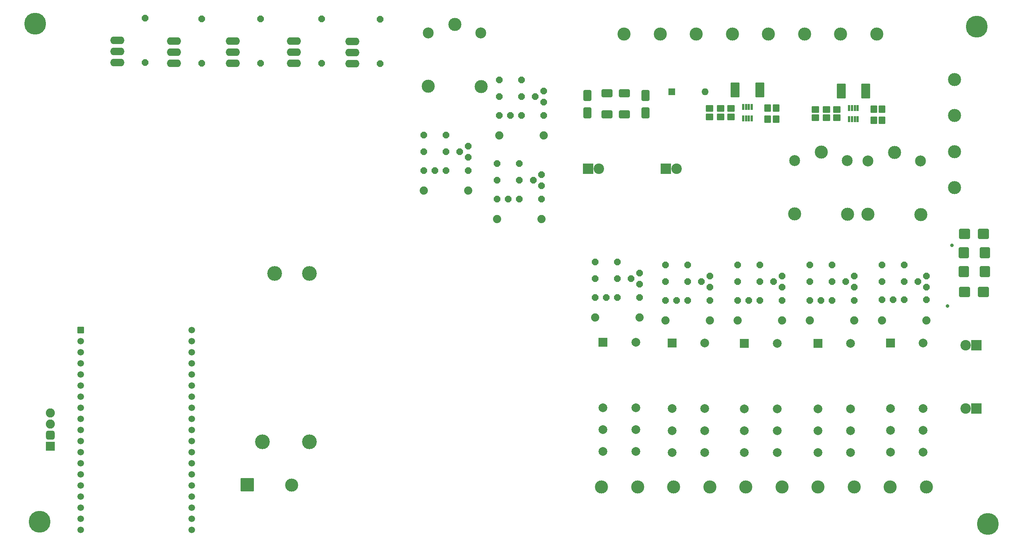
<source format=gbr>
%TF.GenerationSoftware,KiCad,Pcbnew,7.0.5*%
%TF.CreationDate,2023-10-10T15:43:30-03:00*%
%TF.ProjectId,intex_spa_V4,696e7465-785f-4737-9061-5f56342e6b69,Marcio Ant_o*%
%TF.SameCoordinates,Original*%
%TF.FileFunction,Soldermask,Top*%
%TF.FilePolarity,Negative*%
%FSLAX46Y46*%
G04 Gerber Fmt 4.6, Leading zero omitted, Abs format (unit mm)*
G04 Created by KiCad (PCBNEW 7.0.5) date 2023-10-10 15:43:30*
%MOMM*%
%LPD*%
G01*
G04 APERTURE LIST*
G04 Aperture macros list*
%AMRoundRect*
0 Rectangle with rounded corners*
0 $1 Rounding radius*
0 $2 $3 $4 $5 $6 $7 $8 $9 X,Y pos of 4 corners*
0 Add a 4 corners polygon primitive as box body*
4,1,4,$2,$3,$4,$5,$6,$7,$8,$9,$2,$3,0*
0 Add four circle primitives for the rounded corners*
1,1,$1+$1,$2,$3*
1,1,$1+$1,$4,$5*
1,1,$1+$1,$6,$7*
1,1,$1+$1,$8,$9*
0 Add four rect primitives between the rounded corners*
20,1,$1+$1,$2,$3,$4,$5,0*
20,1,$1+$1,$4,$5,$6,$7,0*
20,1,$1+$1,$6,$7,$8,$9,0*
20,1,$1+$1,$8,$9,$2,$3,0*%
%AMFreePoly0*
4,1,25,0.333266,0.742596,0.345389,0.732242,0.732242,0.345389,0.760749,0.289441,0.762000,0.273547,0.762000,-0.273547,0.742596,-0.333266,0.732242,-0.345389,0.345389,-0.732242,0.289441,-0.760749,0.273547,-0.762000,-0.273547,-0.762000,-0.333266,-0.742596,-0.345389,-0.732242,-0.732242,-0.345389,-0.760749,-0.289441,-0.762000,-0.273547,-0.762000,0.273547,-0.742596,0.333266,-0.732242,0.345389,
-0.345389,0.732242,-0.289441,0.760749,-0.273547,0.762000,0.273547,0.762000,0.333266,0.742596,0.333266,0.742596,$1*%
G04 Aperture macros list end*
%ADD10C,1.879600*%
%ADD11O,3.251200X1.727200*%
%ADD12C,5.000000*%
%ADD13RoundRect,0.076200X0.750000X-0.650000X0.750000X0.650000X-0.750000X0.650000X-0.750000X-0.650000X0*%
%ADD14R,2.400000X2.400000*%
%ADD15C,2.400000*%
%ADD16R,1.600000X1.600000*%
%ADD17O,1.600000X1.600000*%
%ADD18RoundRect,0.076200X0.200000X0.600000X-0.200000X0.600000X-0.200000X-0.600000X0.200000X-0.600000X0*%
%ADD19RoundRect,0.101600X-0.654000X-0.654000X0.654000X-0.654000X0.654000X0.654000X-0.654000X0.654000X0*%
%ADD20C,1.511200*%
%ADD21FreePoly0,180.000000*%
%ADD22RoundRect,0.250000X1.000000X0.900000X-1.000000X0.900000X-1.000000X-0.900000X1.000000X-0.900000X0*%
%ADD23C,3.000000*%
%ADD24C,2.500000*%
%ADD25FreePoly0,90.000000*%
%ADD26RoundRect,0.250000X0.900000X-1.000000X0.900000X1.000000X-0.900000X1.000000X-0.900000X-1.000000X0*%
%ADD27FreePoly0,0.000000*%
%ADD28RoundRect,0.250000X1.000000X0.650000X-1.000000X0.650000X-1.000000X-0.650000X1.000000X-0.650000X0*%
%ADD29C,0.803200*%
%ADD30RoundRect,0.076200X-0.650000X-0.750000X0.650000X-0.750000X0.650000X0.750000X-0.650000X0.750000X0*%
%ADD31RoundRect,0.101600X-1.390650X-1.390650X1.390650X-1.390650X1.390650X1.390650X-1.390650X1.390650X0*%
%ADD32RoundRect,0.101600X0.939800X0.939800X-0.939800X0.939800X-0.939800X-0.939800X0.939800X-0.939800X0*%
%ADD33RoundRect,0.571500X0.469900X0.469900X-0.469900X0.469900X-0.469900X-0.469900X0.469900X-0.469900X0*%
%ADD34C,2.082800*%
%ADD35RoundRect,0.076200X-0.750000X0.650000X-0.750000X-0.650000X0.750000X-0.650000X0.750000X0.650000X0*%
%ADD36C,2.000000*%
%ADD37R,2.000000X2.000000*%
%ADD38C,2.984500*%
%ADD39RoundRect,0.250000X-0.650000X1.000000X-0.650000X-1.000000X0.650000X-1.000000X0.650000X1.000000X0*%
%ADD40RoundRect,0.076200X-0.900000X-1.600000X0.900000X-1.600000X0.900000X1.600000X-0.900000X1.600000X0*%
%ADD41C,3.373200*%
G04 APERTURE END LIST*
D10*
%TO.C,D8*%
X130046001Y-73517637D03*
X119886001Y-73517637D03*
%TD*%
D11*
%TO.C,FLOW_PROBE_2*%
X90170000Y-44450000D03*
X90170000Y-41910000D03*
X90170000Y-39370000D03*
%TD*%
D12*
%TO.C,@HOLE2*%
X246380000Y-36080000D03*
%TD*%
D13*
%TO.C,R21*%
X212041202Y-56901844D03*
X212041202Y-55001844D03*
%TD*%
D14*
%TO.C,C4*%
X246340000Y-123399725D03*
D15*
X243840000Y-123399725D03*
%TD*%
D14*
%TO.C,C1*%
X157480000Y-68580000D03*
D15*
X159980000Y-68580000D03*
%TD*%
D10*
%TO.C,D13*%
X201839881Y-103260090D03*
X191679881Y-103260090D03*
%TD*%
D13*
%TO.C,R16*%
X187790202Y-56675344D03*
X187790202Y-54775344D03*
%TD*%
D16*
%TO.C,S1*%
X176585753Y-50963131D03*
D17*
X184205753Y-50963131D03*
%TD*%
D18*
%TO.C,U1*%
X194915202Y-54425344D03*
X194265202Y-54425344D03*
X193615202Y-54425344D03*
X192965202Y-54425344D03*
X192965202Y-57025344D03*
X193615202Y-57025344D03*
X194265202Y-57025344D03*
X194915202Y-57025344D03*
%TD*%
D19*
%TO.C,U$2*%
X41393703Y-105456535D03*
D20*
X41393703Y-151176535D03*
X66793703Y-151176535D03*
X41393703Y-148636535D03*
X41393703Y-107996535D03*
X41393703Y-138476535D03*
X66793703Y-105456535D03*
X66793703Y-120696535D03*
X66793703Y-138476535D03*
X66793703Y-141016535D03*
X66793703Y-135936535D03*
X66793703Y-128316535D03*
X41393703Y-135936535D03*
X41393703Y-141016535D03*
X41393703Y-133396535D03*
X66793703Y-143556535D03*
X66793703Y-133396535D03*
X66793703Y-130856535D03*
X66793703Y-125776535D03*
X66793703Y-123236535D03*
X66793703Y-118156535D03*
X66793703Y-110536535D03*
X66793703Y-107996535D03*
X41393703Y-125776535D03*
X41393703Y-128316535D03*
X41393703Y-130856535D03*
X41393703Y-120696535D03*
X41393703Y-123236535D03*
X41393703Y-115616535D03*
X41393703Y-118156535D03*
X66793703Y-115616535D03*
X66793703Y-148636535D03*
X66793703Y-146096535D03*
X41393703Y-143556535D03*
X41393703Y-146096535D03*
X41393703Y-113076535D03*
X41393703Y-110536535D03*
X66793703Y-113076535D03*
%TD*%
D21*
%TO.C,R34*%
X213269881Y-94370090D03*
X208189881Y-94370090D03*
%TD*%
D22*
%TO.C,D4*%
X247908995Y-96717773D03*
X243608995Y-96717773D03*
%TD*%
D23*
%TO.C,Rel\u00EA ECO*%
X127000000Y-35560000D03*
D24*
X120950000Y-37510000D03*
D23*
X120950000Y-49710000D03*
X133000000Y-49760000D03*
D24*
X132950000Y-37510000D03*
%TD*%
D25*
%TO.C,T_HEATER2_RELAY*%
X234859881Y-93100090D03*
X232954881Y-94370090D03*
X234859881Y-95640090D03*
%TD*%
D26*
%TO.C,D2*%
X243417204Y-92096566D03*
X243417204Y-87796566D03*
%TD*%
D27*
%TO.C,R9*%
X124966001Y-68945637D03*
X130046001Y-68945637D03*
%TD*%
D28*
%TO.C,D6*%
X165800699Y-51279844D03*
X161800699Y-51279844D03*
%TD*%
D23*
%TO.C,Rel\u00EA CL02*%
X227576577Y-64842656D03*
D24*
X221526577Y-66792656D03*
D23*
X221526577Y-78992656D03*
X233576577Y-79042656D03*
D24*
X233526577Y-66792656D03*
%TD*%
D21*
%TO.C,R11*%
X141749911Y-71183462D03*
X136669911Y-71183462D03*
%TD*%
D29*
%TO.C,*%
X239674070Y-100013838D03*
%TD*%
%TO.C,*%
X240754486Y-86047546D03*
%TD*%
D27*
%TO.C,R12*%
X141749911Y-75501462D03*
X146829911Y-75501462D03*
%TD*%
D14*
%TO.C,C3*%
X246340000Y-108928527D03*
D15*
X243840000Y-108928527D03*
%TD*%
D11*
%TO.C,FLOW_PROBE_1*%
X103597799Y-44498322D03*
X103597799Y-41958322D03*
X103597799Y-39418322D03*
%TD*%
D25*
%TO.C,R3*%
X69101522Y-44428802D03*
X69101522Y-34268802D03*
%TD*%
D30*
%TO.C,R25*%
X222829202Y-57475844D03*
X224729202Y-57475844D03*
%TD*%
D12*
%TO.C,@HOLE1*%
X31026606Y-35399454D03*
%TD*%
D25*
%TO.C,R4*%
X82550000Y-44450000D03*
X82550000Y-34290000D03*
%TD*%
D27*
%TO.C,LED_HEATER1_RELAY*%
X208189881Y-98688090D03*
X210729881Y-98688090D03*
%TD*%
D31*
%TO.C,*%
X79473503Y-140842664D03*
%TD*%
D21*
%TO.C,R31*%
X196759881Y-94370090D03*
X191679881Y-94370090D03*
%TD*%
D32*
%TO.C,DISPLAY0*%
X34500178Y-132080000D03*
D33*
X34500178Y-129540000D03*
D34*
X34500178Y-127000000D03*
X34500178Y-124460000D03*
%TD*%
D35*
%TO.C,C6*%
X209501202Y-55001844D03*
X209501202Y-56901844D03*
%TD*%
D36*
%TO.C,BUBBLES_RELAY*%
X176668681Y-128469559D03*
X184168681Y-128469559D03*
X176668681Y-123469559D03*
X184168681Y-123469559D03*
X176668681Y-133469559D03*
X184168681Y-133469559D03*
D37*
X176668681Y-108469559D03*
D36*
X184168681Y-108469559D03*
%TD*%
D27*
%TO.C,LED_RELAY_CL2*%
X136669911Y-75501462D03*
X139209911Y-75501462D03*
%TD*%
%TO.C,LED_RELAY_CL1*%
X137160000Y-56388000D03*
X139700000Y-56388000D03*
%TD*%
D38*
%TO.C,TERMINAL_BARRIER_POWER 12V*%
X241300000Y-72910000D03*
X241300000Y-64655000D03*
X241300000Y-56400000D03*
X241300000Y-48145000D03*
%TD*%
D21*
%TO.C,R30*%
X196759881Y-90560090D03*
X191679881Y-90560090D03*
%TD*%
D30*
%TO.C,R24*%
X222829202Y-54943844D03*
X224729202Y-54943844D03*
%TD*%
D39*
%TO.C,D5*%
X157297659Y-51760385D03*
X157297659Y-55760385D03*
%TD*%
D11*
%TO.C,TEMP_FUSED*%
X49751126Y-44255464D03*
X49751126Y-41715464D03*
X49751126Y-39175464D03*
%TD*%
D21*
%TO.C,R10*%
X141749911Y-67373462D03*
X136669911Y-67373462D03*
%TD*%
D25*
%TO.C,T_BUBBLES_RELAY*%
X185329881Y-93100090D03*
X183424881Y-94370090D03*
X185329881Y-95640090D03*
%TD*%
D27*
%TO.C,R38*%
X229779881Y-98561090D03*
X234859881Y-98561090D03*
%TD*%
D35*
%TO.C,C5*%
X185250202Y-54775344D03*
X185250202Y-56675344D03*
%TD*%
D27*
%TO.C,LED_HEATER2_RELAY*%
X224699881Y-98561090D03*
X227239881Y-98561090D03*
%TD*%
D26*
%TO.C,D3*%
X248244203Y-92096566D03*
X248244203Y-87796566D03*
%TD*%
D28*
%TO.C,D8*%
X165800699Y-56106843D03*
X161800699Y-56106843D03*
%TD*%
D40*
%TO.C,R18*%
X191140202Y-50566344D03*
X196740202Y-50566344D03*
%TD*%
D30*
%TO.C,R20*%
X198578202Y-57249344D03*
X200478202Y-57249344D03*
%TD*%
D25*
%TO.C,T_RELAY_CL2*%
X146829911Y-69913462D03*
X144924911Y-71183462D03*
X146829911Y-72453462D03*
%TD*%
D21*
%TO.C,R27*%
X180249881Y-90560090D03*
X175169881Y-90560090D03*
%TD*%
D27*
%TO.C,PUMP0*%
X159086329Y-98005653D03*
X161626329Y-98005653D03*
%TD*%
D21*
%TO.C,R36*%
X229779881Y-90560090D03*
X224699881Y-90560090D03*
%TD*%
D25*
%TO.C,T_PUMP_RELAY0*%
X169246329Y-92417653D03*
X167341329Y-93687653D03*
X169246329Y-94957653D03*
%TD*%
%TO.C,T__HEATER1_RELAY*%
X218349881Y-93100090D03*
X216444881Y-94370090D03*
X218349881Y-95640090D03*
%TD*%
D27*
%TO.C,LED_BUBBLES_RELAY*%
X175169881Y-98688090D03*
X177709881Y-98688090D03*
%TD*%
D10*
%TO.C,D15*%
X234859881Y-103260090D03*
X224699881Y-103260090D03*
%TD*%
D40*
%TO.C,R23*%
X215391202Y-50792844D03*
X220991202Y-50792844D03*
%TD*%
D25*
%TO.C,T_PUMP_RELAY1*%
X201839881Y-93100090D03*
X199934881Y-94370090D03*
X201839881Y-95640090D03*
%TD*%
D12*
%TO.C,@HOLE0*%
X32040000Y-149340000D03*
%TD*%
D41*
%TO.C,POWER_SUPPLY_110VAC_5VDC0*%
X93762150Y-131009650D03*
X83012150Y-131009650D03*
X85762150Y-92509650D03*
X93762150Y-92509650D03*
%TD*%
D21*
%TO.C,R7*%
X124966001Y-60817637D03*
X119886001Y-60817637D03*
%TD*%
D24*
%TO.C,Rel\u00EA CL01*%
X216755392Y-66734656D03*
D23*
X216805392Y-78984656D03*
X204755392Y-78934656D03*
D24*
X204755392Y-66734656D03*
D23*
X210805392Y-64784656D03*
%TD*%
D18*
%TO.C,U2*%
X219166202Y-54651844D03*
X218516202Y-54651844D03*
X217866202Y-54651844D03*
X217216202Y-54651844D03*
X217216202Y-57251844D03*
X217866202Y-57251844D03*
X218516202Y-57251844D03*
X219166202Y-57251844D03*
%TD*%
D36*
%TO.C,HEATER02_RELAY*%
X226640023Y-128416053D03*
X234140023Y-128416053D03*
X226640023Y-123416053D03*
X234140023Y-123416053D03*
X226640023Y-133416053D03*
X234140023Y-133416053D03*
D37*
X226640023Y-108416053D03*
D36*
X234140023Y-108416053D03*
%TD*%
D27*
%TO.C,LED1*%
X119886001Y-68945637D03*
X122426001Y-68945637D03*
%TD*%
D25*
%TO.C,T_RELAY_CL1*%
X147320000Y-50800000D03*
X145415000Y-52070000D03*
X147320000Y-53340000D03*
%TD*%
D38*
%TO.C,TERMINAL_BARRIER_POWER110v*%
X160539062Y-141336089D03*
X168794062Y-141336089D03*
X177049062Y-141336089D03*
X185304062Y-141336089D03*
X193559062Y-141336089D03*
X201814062Y-141336089D03*
X210069062Y-141336089D03*
X218324062Y-141336089D03*
X226579062Y-141336089D03*
X234834062Y-141336089D03*
%TD*%
D21*
%TO.C,R33*%
X213269881Y-90560090D03*
X208189881Y-90560090D03*
%TD*%
D36*
%TO.C,POWER12V_RELAY*%
X160901607Y-128243264D03*
X168401607Y-128243264D03*
X160901607Y-123243264D03*
X168401607Y-123243264D03*
X160901607Y-133243264D03*
X168401607Y-133243264D03*
D37*
X160901607Y-108243264D03*
D36*
X168401607Y-108243264D03*
%TD*%
D13*
%TO.C,R22*%
X214381202Y-56901844D03*
X214381202Y-55001844D03*
%TD*%
D38*
%TO.C,*%
X89700481Y-140929333D03*
%TD*%
D39*
%TO.C,D7*%
X170571906Y-51765052D03*
X170571906Y-55765052D03*
%TD*%
D11*
%TO.C,TEMP_PROBE_1*%
X62751522Y-44428802D03*
X62751522Y-41888802D03*
X62751522Y-39348802D03*
%TD*%
D21*
%TO.C,R13*%
X142240000Y-48260000D03*
X137160000Y-48260000D03*
%TD*%
D25*
%TO.C,R1*%
X56101126Y-44255464D03*
X56101126Y-34095464D03*
%TD*%
D27*
%TO.C,JET0*%
X191679881Y-98688090D03*
X194219881Y-98688090D03*
%TD*%
D10*
%TO.C,D14*%
X218349881Y-103260090D03*
X208189881Y-103260090D03*
%TD*%
%TO.C,D9*%
X147320000Y-60960000D03*
X137160000Y-60960000D03*
%TD*%
D27*
%TO.C,R15*%
X142240000Y-56388000D03*
X147320000Y-56388000D03*
%TD*%
D25*
%TO.C,R6*%
X109947799Y-44498322D03*
X109947799Y-34338322D03*
%TD*%
D36*
%TO.C,HEATER01_RELAY*%
X210038036Y-128493093D03*
X217538036Y-128493093D03*
X210038036Y-123493093D03*
X217538036Y-123493093D03*
X210038036Y-133493093D03*
X217538036Y-133493093D03*
D37*
X210038036Y-108493093D03*
D36*
X217538036Y-108493093D03*
%TD*%
D21*
%TO.C,R24*%
X164166329Y-89877653D03*
X159086329Y-89877653D03*
%TD*%
D25*
%TO.C,T_RELAY_ECO*%
X130046001Y-63357637D03*
X128141001Y-64627637D03*
X130046001Y-65897637D03*
%TD*%
D21*
%TO.C,R28*%
X180249881Y-94370090D03*
X175169881Y-94370090D03*
%TD*%
%TO.C,R25*%
X164166329Y-93687653D03*
X159086329Y-93687653D03*
%TD*%
D10*
%TO.C,D10*%
X146829911Y-80073462D03*
X136669911Y-80073462D03*
%TD*%
D30*
%TO.C,R19*%
X198578202Y-54717344D03*
X200478202Y-54717344D03*
%TD*%
D21*
%TO.C,R37*%
X229779881Y-94370090D03*
X224699881Y-94370090D03*
%TD*%
D36*
%TO.C,JET_RELAY*%
X193251408Y-128527339D03*
X200751408Y-128527339D03*
X193251408Y-123527339D03*
X200751408Y-123527339D03*
X193251408Y-133527339D03*
X200751408Y-133527339D03*
D37*
X193251408Y-108527339D03*
D36*
X200751408Y-108527339D03*
%TD*%
D21*
%TO.C,R14*%
X142240000Y-52070000D03*
X137160000Y-52070000D03*
%TD*%
D12*
%TO.C,@HOLE3*%
X248920000Y-149860000D03*
%TD*%
D21*
%TO.C,R8*%
X124966001Y-64627637D03*
X119886001Y-64627637D03*
%TD*%
D27*
%TO.C,R32*%
X196759881Y-98688090D03*
X201839881Y-98688090D03*
%TD*%
%TO.C,R29*%
X180249881Y-98688090D03*
X185329881Y-98688090D03*
%TD*%
D22*
%TO.C,D1*%
X247913662Y-83443526D03*
X243613662Y-83443526D03*
%TD*%
D14*
%TO.C,C2*%
X175260000Y-68580000D03*
D15*
X177760000Y-68580000D03*
%TD*%
D10*
%TO.C,D11*%
X169246329Y-102577653D03*
X159086329Y-102577653D03*
%TD*%
D11*
%TO.C,TEMP_PROBE_2*%
X76200000Y-44450000D03*
X76200000Y-41910000D03*
X76200000Y-39370000D03*
%TD*%
D27*
%TO.C,R35*%
X213269881Y-98688090D03*
X218349881Y-98688090D03*
%TD*%
D13*
%TO.C,R17*%
X190130202Y-56675344D03*
X190130202Y-54775344D03*
%TD*%
D38*
%TO.C,TERMINAL_BARRIER_POWER 12V*%
X165735000Y-37712914D03*
X173990000Y-37712914D03*
X182245000Y-37712914D03*
X190500000Y-37712914D03*
X198755000Y-37712914D03*
X207010000Y-37712914D03*
X215265000Y-37712914D03*
X223520000Y-37712914D03*
%TD*%
D25*
%TO.C,R5*%
X96520000Y-44450000D03*
X96520000Y-34290000D03*
%TD*%
D10*
%TO.C,D12*%
X185329881Y-103260090D03*
X175169881Y-103260090D03*
%TD*%
D27*
%TO.C,R26*%
X164166329Y-98005653D03*
X169246329Y-98005653D03*
%TD*%
M02*

</source>
